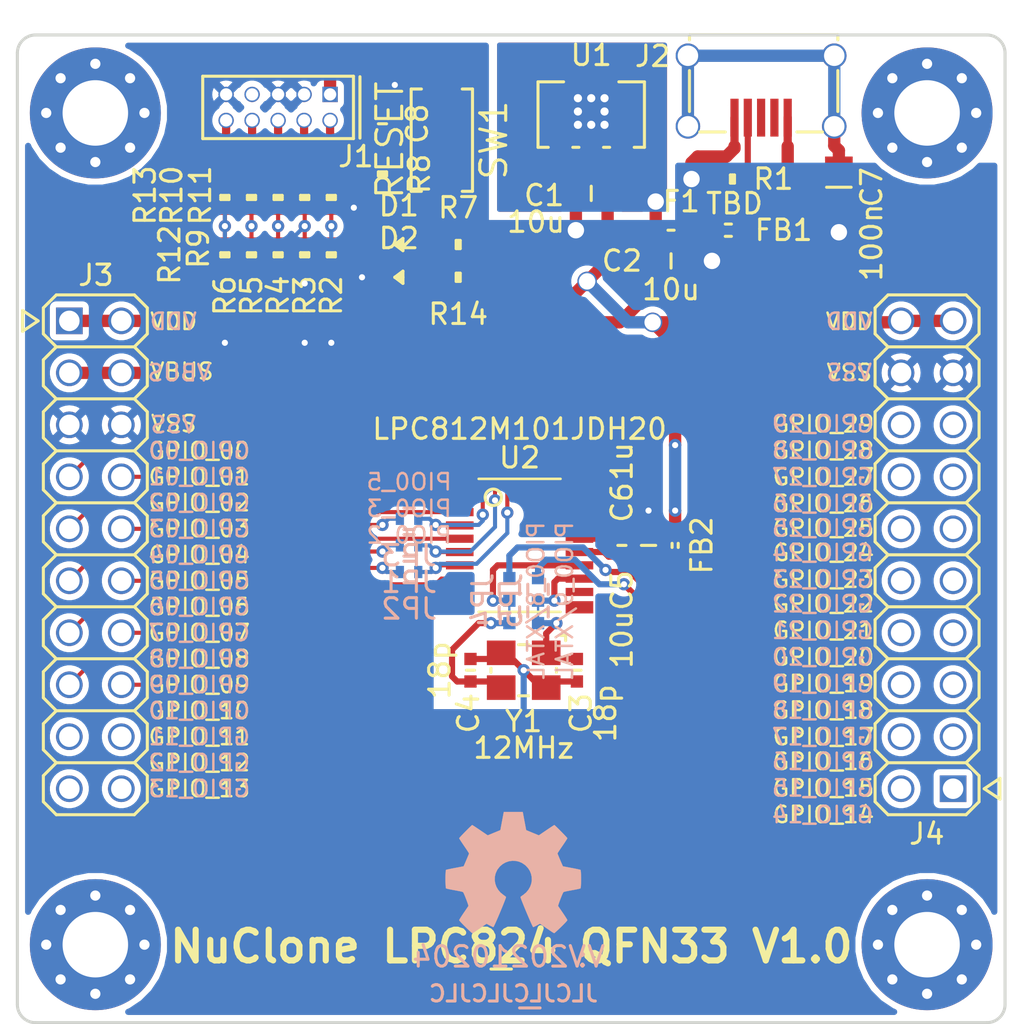
<source format=kicad_pcb>
(kicad_pcb (version 20171130) (host pcbnew 5.1.9-73d0e3b20d~88~ubuntu20.10.1)
  (layers (0 F.Cu signal) (31 B.Cu signal) (34 B.Paste user) (35 F.Paste user) (36 B.SilkS user) (37 F.SilkS user) (38 B.Mask user) (39 F.Mask user) (44 Edge.Cuts user))
  (net 0 "")
  (net 1 /VBUS)
  (net 2 "Net-(F1-Pad2)")
  (net 3 "Net-(FB1-Pad2)")
  (net 4 /VDD)
  (net 5 /XTAL_IN)
  (net 6 /XTAL_OUT)
  (net 7 "Net-(C5-Pad1)")
  (net 8 "Net-(J1-Pad10)")
  (net 9 "Net-(J1-Pad6)")
  (net 10 "Net-(J1-Pad4)")
  (net 11 "Net-(J1-Pad2)")
  (net 12 /PIO0_3)
  (net 13 /PIO0_2)
  (net 14 /PIO0_5)
  (net 15 /PIO0_8)
  (net 16 /PIO0_9)
  (net 17 "Net-(C7-Pad1)")
  (net 18 "Net-(J2-Pad4)")
  (net 19 /VSS)
  (net 20 /RESET)
  (net 21 "Net-(D1-Pad2)")
  (net 22 "Net-(D2-Pad2)")
  (net 23 "Net-(J1-Pad8)")
  (net 24 "Net-(J1-Pad7)")
  (net 25 "Net-(J2-Pad2)")
  (net 26 "Net-(J2-Pad3)")
  (net 27 "Net-(J3-Pad20)")
  (net 28 "Net-(J3-Pad19)")
  (net 29 "Net-(J3-Pad18)")
  (net 30 "Net-(J3-Pad17)")
  (net 31 /PIO0_16)
  (net 32 /PIO0_10)
  (net 33 /PIO0_11)
  (net 34 /PIO0_4)
  (net 35 /PIO0_12)
  (net 36 /PIO0_13)
  (net 37 /PIO0_17)
  (net 38 /PIO0_14)
  (net 39 /PIO0_0)
  (net 40 /PIO0_6)
  (net 41 /PIO0_7)
  (net 42 /PIO0_1)
  (net 43 /PIO0_15)
  (net 44 "Net-(J4-Pad8)")
  (net 45 "Net-(J4-Pad7)")
  (net 46 "Net-(J4-Pad6)")
  (net 47 "Net-(J4-Pad5)")
  (net 48 "Net-(J4-Pad4)")
  (net 49 "Net-(J4-Pad3)")
  (net 50 "Net-(J4-Pad2)")
  (net 51 "Net-(J4-Pad1)")
  (net 52 /TCK)
  (net 53 /TMS)
  (net 54 /PIO0_8_I)
  (net 55 /PIO0_9_I)
  (net 56 /TDO)
  (net 57 /TDI)
  (net 58 "Net-(R8-Pad2)")
  (module SquantorSpecial:solder_jumper_2way_noconn (layer B.Cu) (at 80.1 85.9)
    (fp_text reference JP1 (at 0 1.8) (layer B.SilkS) (effects (justify mirror)))
    (fp_text value PIO0_3 (at 0 -1.8) (layer B.SilkS) (effects (font (size 0.8 0.8) (thickness 0.12)) (justify mirror)))
    (pad 2 smd rect (at 0.45 0) (size 0.4 0.6) (layers B.Cu B.Mask) (net 52 /TCK))
    (pad 1 smd rect (at -0.45 0) (size 0.4 0.6) (layers B.Cu B.Mask) (net 12 /PIO0_3))
  )
  (module SquantorRcl:C_0402 (layer F.Cu) (at 78.8 65.3 270)
    (fp_text reference C8 (at 0 -1.7 90) (layer F.SilkS))
    (fp_text value 10n)
    (pad 2 smd rect (at 0.55 0 270) (size 0.6 0.6) (layers F.Cu F.Paste F.Mask) (net 20 /RESET))
    (pad 1 smd rect (at -0.55 0 270) (size 0.6 0.6) (layers F.Cu F.Paste F.Mask) (net 19 /VSS))
  )
  (module SquantorConnectorsNamed:nuclone_small_right (layer F.Cu) (at 105.41 86.36 90)
    (fp_text reference J4 (at -13.64 -0.01 180) (layer F.SilkS))
    (fp_text value nuclone_small_right)
    (fp_text user GPIO_24 (at 0.1 -5.06 180) (layer F.SilkS) (effects (font (size 0.8 0.8) (thickness 0.12))))
    (fp_text user GPIO_22 (at -2.4 -5.06 180) (layer F.SilkS) (effects (font (size 0.8 0.8) (thickness 0.12))))
    (fp_text user GPIO_20 (at -5 -5.06 180) (layer F.SilkS) (effects (font (size 0.8 0.8) (thickness 0.12))))
    (fp_text user GPIO_28 (at 5.1 -5.06 180) (layer F.SilkS) (effects (font (size 0.8 0.8) (thickness 0.12))))
    (fp_text user GPIO_26 (at 2.5 -5.06 180) (layer F.SilkS) (effects (font (size 0.8 0.8) (thickness 0.12))))
    (fp_text user GPIO_18 (at -7.6 -5.06 180) (layer F.SilkS) (effects (font (size 0.8 0.8) (thickness 0.12))))
    (fp_text user GPIO_16 (at -10.1 -5.06 180) (layer F.SilkS) (effects (font (size 0.8 0.8) (thickness 0.12))))
    (fp_text user GPIO_14 (at -12.7 -5.06 180) (layer F.SilkS) (effects (font (size 0.8 0.8) (thickness 0.12))))
    (fp_text user VDD (at 11.4 -3.8) (layer F.SilkS) (effects (font (size 0.8 0.8) (thickness 0.12))))
    (fp_text user GPIO_29 (at 6.39 -5.06 180) (layer F.SilkS) (effects (font (size 0.8 0.8) (thickness 0.12))))
    (fp_text user GPIO_27 (at 3.8 -5.06 180) (layer F.SilkS) (effects (font (size 0.8 0.8) (thickness 0.12))))
    (fp_text user GPIO_25 (at 1.3 -5.06 180) (layer F.SilkS) (effects (font (size 0.8 0.8) (thickness 0.12))))
    (fp_text user GPIO_23 (at -1.2 -5.06 180) (layer F.SilkS) (effects (font (size 0.8 0.8) (thickness 0.12))))
    (fp_text user GPIO_21 (at -3.7 -5.06 180) (layer F.SilkS) (effects (font (size 0.8 0.8) (thickness 0.12))))
    (fp_text user GPIO_19 (at -6.3 -5.06 180) (layer F.SilkS) (effects (font (size 0.8 0.8) (thickness 0.12))))
    (fp_text user GPIO_17 (at -8.9 -5.06 180) (layer F.SilkS) (effects (font (size 0.8 0.8) (thickness 0.12))))
    (fp_text user GPIO_15 (at -11.4 -5.06 180) (layer F.SilkS) (effects (font (size 0.8 0.8) (thickness 0.12))))
    (fp_text user VSS (at 8.9 -3.8) (layer F.SilkS) (effects (font (size 0.8 0.8) (thickness 0.12))))
    (fp_text user GPIO_24 (at 0.1 -5.1 180) (layer B.SilkS) (effects (font (size 0.8 0.8) (thickness 0.12)) (justify mirror)))
    (fp_text user GPIO_22 (at -2.4 -5.1 180) (layer B.SilkS) (effects (font (size 0.8 0.8) (thickness 0.12)) (justify mirror)))
    (fp_text user GPIO_20 (at -5 -5.1 180) (layer B.SilkS) (effects (font (size 0.8 0.8) (thickness 0.12)) (justify mirror)))
    (fp_text user GPIO_28 (at 5.1 -5.1 180) (layer B.SilkS) (effects (font (size 0.8 0.8) (thickness 0.12)) (justify mirror)))
    (fp_text user GPIO_26 (at 2.5 -5.1 180) (layer B.SilkS) (effects (font (size 0.8 0.8) (thickness 0.12)) (justify mirror)))
    (fp_text user GPIO_18 (at -7.6 -5.1 180) (layer B.SilkS) (effects (font (size 0.8 0.8) (thickness 0.12)) (justify mirror)))
    (fp_text user GPIO_16 (at -10.1 -5.1 180) (layer B.SilkS) (effects (font (size 0.8 0.8) (thickness 0.12)) (justify mirror)))
    (fp_text user GPIO_14 (at -12.7 -5.1 180) (layer B.SilkS) (effects (font (size 0.8 0.8) (thickness 0.12)) (justify mirror)))
    (fp_text user VDD (at 11.4 -3.8 180) (layer B.SilkS) (effects (font (size 0.8 0.8) (thickness 0.12)) (justify mirror)))
    (fp_text user GPIO_29 (at 6.39 -5.1 180) (layer B.SilkS) (effects (font (size 0.8 0.8) (thickness 0.12)) (justify mirror)))
    (fp_text user GPIO_27 (at 3.8 -5.1 180) (layer B.SilkS) (effects (font (size 0.8 0.8) (thickness 0.12)) (justify mirror)))
    (fp_text user GPIO_25 (at 1.3 -5.1 180) (layer B.SilkS) (effects (font (size 0.8 0.8) (thickness 0.12)) (justify mirror)))
    (fp_text user GPIO_23 (at -1.2 -5.1 180) (layer B.SilkS) (effects (font (size 0.8 0.8) (thickness 0.12)) (justify mirror)))
    (fp_text user GPIO_21 (at -3.7 -5.1 180) (layer B.SilkS) (effects (font (size 0.8 0.8) (thickness 0.12)) (justify mirror)))
    (fp_text user GPIO_19 (at -6.3 -5.1 180) (layer B.SilkS) (effects (font (size 0.8 0.8) (thickness 0.12)) (justify mirror)))
    (fp_text user GPIO_17 (at -8.9 -5.1 180) (layer B.SilkS) (effects (font (size 0.8 0.8) (thickness 0.12)) (justify mirror)))
    (fp_text user GPIO_15 (at -11.4 -5.1 180) (layer B.SilkS) (effects (font (size 0.8 0.8) (thickness 0.12)) (justify mirror)))
    (fp_text user VSS (at 8.9 -3.8 180) (layer B.SilkS) (effects (font (size 0.8 0.8) (thickness 0.12)) (justify mirror)))
    (pad 20 thru_hole circle (at 11.43 -1.27 90) (size 1.3 1.3) (drill 1) (layers *.Cu *.Mask) (net 4 /VDD))
    (pad 19 thru_hole circle (at 11.43 1.27 90) (size 1.3 1.3) (drill 1) (layers *.Cu *.Mask) (net 4 /VDD))
    (pad 18 thru_hole circle (at 8.89 -1.27 90) (size 1.3 1.3) (drill 1) (layers *.Cu *.Mask) (net 19 /VSS))
    (pad 17 thru_hole circle (at 8.89 1.27 90) (size 1.3 1.3) (drill 1) (layers *.Cu *.Mask) (net 19 /VSS))
    (pad 16 thru_hole circle (at 6.35 -1.27 90) (size 1.3 1.3) (drill 1) (layers *.Cu *.Mask) (net 38 /PIO0_14))
    (pad 15 thru_hole circle (at 6.35 1.27 90) (size 1.3 1.3) (drill 1) (layers *.Cu *.Mask) (net 39 /PIO0_0))
    (pad 14 thru_hole circle (at 3.81 -1.27 90) (size 1.3 1.3) (drill 1) (layers *.Cu *.Mask) (net 40 /PIO0_6))
    (pad 13 thru_hole circle (at 3.81 1.27 90) (size 1.3 1.3) (drill 1) (layers *.Cu *.Mask) (net 41 /PIO0_7))
    (pad 12 thru_hole circle (at 1.27 -1.27 90) (size 1.3 1.3) (drill 1) (layers *.Cu *.Mask) (net 15 /PIO0_8))
    (pad 11 thru_hole circle (at 1.27 1.27 90) (size 1.3 1.3) (drill 1) (layers *.Cu *.Mask) (net 16 /PIO0_9))
    (pad 10 thru_hole circle (at -1.27 -1.27 90) (size 1.3 1.3) (drill 1) (layers *.Cu *.Mask) (net 42 /PIO0_1))
    (pad 9 thru_hole circle (at -1.27 1.27 90) (size 1.3 1.3) (drill 1) (layers *.Cu *.Mask) (net 43 /PIO0_15))
    (pad 8 thru_hole circle (at -3.81 -1.27 90) (size 1.3 1.3) (drill 1) (layers *.Cu *.Mask) (net 44 "Net-(J4-Pad8)"))
    (pad 7 thru_hole circle (at -3.81 1.27 90) (size 1.3 1.3) (drill 1) (layers *.Cu *.Mask) (net 45 "Net-(J4-Pad7)"))
    (pad 6 thru_hole circle (at -6.35 -1.27 90) (size 1.3 1.3) (drill 1) (layers *.Cu *.Mask) (net 46 "Net-(J4-Pad6)"))
    (pad 5 thru_hole circle (at -6.35 1.27 90) (size 1.3 1.3) (drill 1) (layers *.Cu *.Mask) (net 47 "Net-(J4-Pad5)"))
    (pad 4 thru_hole circle (at -8.89 -1.27 90) (size 1.3 1.3) (drill 1) (layers *.Cu *.Mask) (net 48 "Net-(J4-Pad4)"))
    (pad 3 thru_hole circle (at -8.89 1.27 90) (size 1.3 1.3) (drill 1) (layers *.Cu *.Mask) (net 49 "Net-(J4-Pad3)"))
    (pad 2 thru_hole circle (at -11.43 -1.27 90) (size 1.3 1.3) (drill 1) (layers *.Cu *.Mask) (net 50 "Net-(J4-Pad2)"))
    (pad 1 thru_hole rect (at -11.43 1.27 90) (size 1.3 1.3) (drill 1) (layers *.Cu *.Mask) (net 51 "Net-(J4-Pad1)"))
  )
  (module SquantorConnectorsNamed:nuclone_small_left (layer F.Cu) (at 64.77 86.36 270)
    (fp_text reference J3 (at -13.66 -0.03) (layer F.SilkS))
    (fp_text value nuclone_small_left)
    (fp_text user VBUS (at -8.96 -4.23 180) (layer F.SilkS) (effects (font (size 0.8 0.8) (thickness 0.12))))
    (fp_text user VDD (at -11.4 -3.83 180) (layer F.SilkS) (effects (font (size 0.8 0.8) (thickness 0.12))))
    (fp_text user GPIO_12 (at 10.16 -5.08) (layer F.SilkS) (effects (font (size 0.8 0.8) (thickness 0.12))))
    (fp_text user GPIO_10 (at 7.62 -5.08) (layer F.SilkS) (effects (font (size 0.8 0.8) (thickness 0.12))))
    (fp_text user GPIO_08 (at 5.08 -5.08) (layer F.SilkS) (effects (font (size 0.8 0.8) (thickness 0.12))))
    (fp_text user GPIO_06 (at 2.54 -5.08) (layer F.SilkS) (effects (font (size 0.8 0.8) (thickness 0.12))))
    (fp_text user GPIO_04 (at 0 -5.08) (layer F.SilkS) (effects (font (size 0.8 0.8) (thickness 0.12))))
    (fp_text user GPIO_13 (at 11.43 -5.08) (layer F.SilkS) (effects (font (size 0.8 0.8) (thickness 0.12))))
    (fp_text user GPIO_11 (at 8.89 -5.08) (layer F.SilkS) (effects (font (size 0.8 0.8) (thickness 0.12))))
    (fp_text user GPIO_09 (at 6.35 -5.08) (layer F.SilkS) (effects (font (size 0.8 0.8) (thickness 0.12))))
    (fp_text user GPIO_07 (at 3.81 -5.08) (layer F.SilkS) (effects (font (size 0.8 0.8) (thickness 0.12))))
    (fp_text user GPIO_05 (at 1.27 -5.08) (layer F.SilkS) (effects (font (size 0.8 0.8) (thickness 0.12))))
    (fp_text user GPIO_01 (at -3.81 -5.08) (layer F.SilkS) (effects (font (size 0.8 0.8) (thickness 0.12))))
    (fp_text user GPIO_00 (at -5.08 -5.08) (layer F.SilkS) (effects (font (size 0.8 0.8) (thickness 0.12))))
    (fp_text user VSS (at -6.4 -3.83 180) (layer F.SilkS) (effects (font (size 0.8 0.8) (thickness 0.12))))
    (fp_text user GPIO_03 (at -1.27 -5.08) (layer F.SilkS) (effects (font (size 0.8 0.8) (thickness 0.12))))
    (fp_text user GPIO_02 (at -2.54 -5.08) (layer F.SilkS) (effects (font (size 0.8 0.8) (thickness 0.12))))
    (fp_text user VBUS (at -8.89 -4.1) (layer B.SilkS) (effects (font (size 0.8 0.8) (thickness 0.12)) (justify mirror)))
    (fp_text user VDD (at -11.4 -3.81) (layer B.SilkS) (effects (font (size 0.8 0.8) (thickness 0.12)) (justify mirror)))
    (fp_text user GPIO_12 (at 10.16 -5.08) (layer B.SilkS) (effects (font (size 0.8 0.8) (thickness 0.12)) (justify mirror)))
    (fp_text user GPIO_10 (at 7.62 -5.08) (layer B.SilkS) (effects (font (size 0.8 0.8) (thickness 0.12)) (justify mirror)))
    (fp_text user GPIO_08 (at 5.08 -5.08) (layer B.SilkS) (effects (font (size 0.8 0.8) (thickness 0.12)) (justify mirror)))
    (fp_text user GPIO_06 (at 2.54 -5.08) (layer B.SilkS) (effects (font (size 0.8 0.8) (thickness 0.12)) (justify mirror)))
    (fp_text user GPIO_04 (at 0 -5.08) (layer B.SilkS) (effects (font (size 0.8 0.8) (thickness 0.12)) (justify mirror)))
    (fp_text user GPIO_13 (at 11.43 -5.08) (layer B.SilkS) (effects (font (size 0.8 0.8) (thickness 0.12)) (justify mirror)))
    (fp_text user GPIO_11 (at 8.89 -5.08) (layer B.SilkS) (effects (font (size 0.8 0.8) (thickness 0.12)) (justify mirror)))
    (fp_text user GPIO_09 (at 6.35 -5.08) (layer B.SilkS) (effects (font (size 0.8 0.8) (thickness 0.12)) (justify mirror)))
    (fp_text user GPIO_07 (at 3.81 -5.08) (layer B.SilkS) (effects (font (size 0.8 0.8) (thickness 0.12)) (justify mirror)))
    (fp_text user GPIO_05 (at 1.27 -5.08) (layer B.SilkS) (effects (font (size 0.8 0.8) (thickness 0.12)) (justify mirror)))
    (fp_text user GPIO_03 (at -1.27 -5.08) (layer B.SilkS) (effects (font (size 0.8 0.8) (thickness 0.12)) (justify mirror)))
    (fp_text user GPIO_02 (at -2.54 -5.08) (layer B.SilkS) (effects (font (size 0.8 0.8) (thickness 0.12)) (justify mirror)))
    (fp_text user GPIO_01 (at -3.81 -5.08) (layer B.SilkS) (effects (font (size 0.8 0.8) (thickness 0.12)) (justify mirror)))
    (fp_text user GPIO_00 (at -5.08 -5.08) (layer B.SilkS) (effects (font (size 0.8 0.8) (thickness 0.12)) (justify mirror)))
    (fp_text user VSS (at -6.35 -3.81) (layer B.SilkS) (effects (font (size 0.8 0.8) (thickness 0.12)) (justify mirror)))
    (pad 20 thru_hole circle (at 11.43 -1.27 270) (size 1.3 1.3) (drill 1) (layers *.Cu *.Mask) (net 27 "Net-(J3-Pad20)"))
    (pad 19 thru_hole circle (at 11.43 1.27 270) (size 1.3 1.3) (drill 1) (layers *.Cu *.Mask) (net 28 "Net-(J3-Pad19)"))
    (pad 18 thru_hole circle (at 8.89 -1.27 270) (size 1.3 1.3) (drill 1) (layers *.Cu *.Mask) (net 29 "Net-(J3-Pad18)"))
    (pad 17 thru_hole circle (at 8.89 1.27 270) (size 1.3 1.3) (drill 1) (layers *.Cu *.Mask) (net 30 "Net-(J3-Pad17)"))
    (pad 16 thru_hole circle (at 6.35 -1.27 270) (size 1.3 1.3) (drill 1) (layers *.Cu *.Mask) (net 31 /PIO0_16))
    (pad 15 thru_hole circle (at 6.35 1.27 270) (size 1.3 1.3) (drill 1) (layers *.Cu *.Mask) (net 32 /PIO0_10))
    (pad 14 thru_hole circle (at 3.81 -1.27 270) (size 1.3 1.3) (drill 1) (layers *.Cu *.Mask) (net 33 /PIO0_11))
    (pad 13 thru_hole circle (at 3.81 1.27 270) (size 1.3 1.3) (drill 1) (layers *.Cu *.Mask) (net 13 /PIO0_2))
    (pad 12 thru_hole circle (at 1.27 -1.27 270) (size 1.3 1.3) (drill 1) (layers *.Cu *.Mask) (net 12 /PIO0_3))
    (pad 11 thru_hole circle (at 1.27 1.27 270) (size 1.3 1.3) (drill 1) (layers *.Cu *.Mask) (net 34 /PIO0_4))
    (pad 10 thru_hole circle (at -1.27 -1.27 270) (size 1.3 1.3) (drill 1) (layers *.Cu *.Mask) (net 14 /PIO0_5))
    (pad 9 thru_hole circle (at -1.27 1.27 270) (size 1.3 1.3) (drill 1) (layers *.Cu *.Mask) (net 35 /PIO0_12))
    (pad 8 thru_hole circle (at -3.81 -1.27 270) (size 1.3 1.3) (drill 1) (layers *.Cu *.Mask) (net 36 /PIO0_13))
    (pad 7 thru_hole circle (at -3.81 1.27 270) (size 1.3 1.3) (drill 1) (layers *.Cu *.Mask) (net 37 /PIO0_17))
    (pad 6 thru_hole circle (at -6.35 -1.27 270) (size 1.3 1.3) (drill 1) (layers *.Cu *.Mask) (net 19 /VSS))
    (pad 5 thru_hole circle (at -6.35 1.27 270) (size 1.3 1.3) (drill 1) (layers *.Cu *.Mask) (net 19 /VSS))
    (pad 4 thru_hole circle (at -8.89 -1.27 270) (size 1.3 1.3) (drill 1) (layers *.Cu *.Mask) (net 1 /VBUS))
    (pad 3 thru_hole circle (at -8.89 1.27 270) (size 1.3 1.3) (drill 1) (layers *.Cu *.Mask) (net 1 /VBUS))
    (pad 2 thru_hole circle (at -11.43 -1.27 270) (size 1.3 1.3) (drill 1) (layers *.Cu *.Mask) (net 4 /VDD))
    (pad 1 thru_hole rect (at -11.43 1.27 270) (size 1.3 1.3) (drill 1) (layers *.Cu *.Mask) (net 4 /VDD))
  )
  (module SquantorRcl:R_0402_hand (layer F.Cu) (at 82.5 72.8 180)
    (fp_text reference R14 (at 0 -1.8) (layer F.SilkS))
    (fp_text value 1K)
    (pad 2 smd rect (at 0.55 0 180) (size 0.6 0.6) (layers F.Cu F.Paste F.Mask) (net 22 "Net-(D2-Pad2)"))
    (pad 1 smd rect (at -0.55 0 180) (size 0.6 0.6) (layers F.Cu F.Paste F.Mask) (net 4 /VDD))
  )
  (module SquantorRcl:R_0402_hand (layer F.Cu) (at 71.1 68.9 270)
    (fp_text reference R13 (at -0.1 3.9 90) (layer F.SilkS))
    (fp_text value 100)
    (pad 2 smd rect (at 0.55 0 270) (size 0.6 0.6) (layers F.Cu F.Paste F.Mask) (net 20 /RESET))
    (pad 1 smd rect (at -0.55 0 270) (size 0.6 0.6) (layers F.Cu F.Paste F.Mask) (net 8 "Net-(J1-Pad10)"))
  )
  (module SquantorRcl:R_0402_hand (layer F.Cu) (at 72.4 68.9 270)
    (fp_text reference R12 (at 2.8 4 90) (layer F.SilkS))
    (fp_text value 100)
    (pad 2 smd rect (at 0.55 0 270) (size 0.6 0.6) (layers F.Cu F.Paste F.Mask) (net 57 /TDI))
    (pad 1 smd rect (at -0.55 0 270) (size 0.6 0.6) (layers F.Cu F.Paste F.Mask) (net 23 "Net-(J1-Pad8)"))
  )
  (module SquantorRcl:R_0402_hand (layer F.Cu) (at 73.7 68.9 270)
    (fp_text reference R11 (at -0.1 3.8 90) (layer F.SilkS))
    (fp_text value 100)
    (pad 2 smd rect (at 0.55 0 270) (size 0.6 0.6) (layers F.Cu F.Paste F.Mask) (net 56 /TDO))
    (pad 1 smd rect (at -0.55 0 270) (size 0.6 0.6) (layers F.Cu F.Paste F.Mask) (net 9 "Net-(J1-Pad6)"))
  )
  (module SquantorRcl:R_0402_hand (layer F.Cu) (at 75 68.9 270)
    (fp_text reference R10 (at -0.1 6.5 90) (layer F.SilkS))
    (fp_text value 100)
    (pad 2 smd rect (at 0.55 0 270) (size 0.6 0.6) (layers F.Cu F.Paste F.Mask) (net 52 /TCK))
    (pad 1 smd rect (at -0.55 0 270) (size 0.6 0.6) (layers F.Cu F.Paste F.Mask) (net 10 "Net-(J1-Pad4)"))
  )
  (module SquantorRcl:R_0402_hand (layer F.Cu) (at 76.3 68.9 270)
    (fp_text reference R9 (at 2.5 6.5 90) (layer F.SilkS))
    (fp_text value 100)
    (pad 2 smd rect (at 0.55 0 270) (size 0.6 0.6) (layers F.Cu F.Paste F.Mask) (net 53 /TMS))
    (pad 1 smd rect (at -0.55 0 270) (size 0.6 0.6) (layers F.Cu F.Paste F.Mask) (net 11 "Net-(J1-Pad2)"))
  )
  (module SquantorRcl:R_0402_hand (layer F.Cu) (at 78.8 67.75 270)
    (fp_text reference R8 (at 0 -1.8 90) (layer F.SilkS))
    (fp_text value 100)
    (pad 2 smd rect (at 0.55 0 270) (size 0.6 0.6) (layers F.Cu F.Paste F.Mask) (net 58 "Net-(R8-Pad2)"))
    (pad 1 smd rect (at -0.55 0 270) (size 0.6 0.6) (layers F.Cu F.Paste F.Mask) (net 20 /RESET))
  )
  (module SquantorRcl:R_0402_hand (layer F.Cu) (at 82.5 71.2)
    (fp_text reference R7 (at 0 -1.8) (layer F.SilkS))
    (fp_text value 47K)
    (pad 2 smd rect (at 0.55 0) (size 0.6 0.6) (layers F.Cu F.Paste F.Mask) (net 4 /VDD))
    (pad 1 smd rect (at -0.55 0) (size 0.6 0.6) (layers F.Cu F.Paste F.Mask) (net 21 "Net-(D1-Pad2)"))
  )
  (module SquantorRcl:R_0402_hand (layer F.Cu) (at 71.1 71.7 270)
    (fp_text reference R6 (at 2 0 90) (layer F.SilkS))
    (fp_text value 47K)
    (pad 2 smd rect (at 0.55 0 270) (size 0.6 0.6) (layers F.Cu F.Paste F.Mask) (net 4 /VDD))
    (pad 1 smd rect (at -0.55 0 270) (size 0.6 0.6) (layers F.Cu F.Paste F.Mask) (net 20 /RESET))
  )
  (module SquantorRcl:R_0402_hand (layer F.Cu) (at 72.4 71.7 270)
    (fp_text reference R5 (at 2 0 90) (layer F.SilkS))
    (fp_text value 47K)
    (pad 2 smd rect (at 0.55 0 270) (size 0.6 0.6) (layers F.Cu F.Paste F.Mask) (net 4 /VDD))
    (pad 1 smd rect (at -0.55 0 270) (size 0.6 0.6) (layers F.Cu F.Paste F.Mask) (net 57 /TDI))
  )
  (module SquantorRcl:R_0402_hand (layer F.Cu) (at 73.7 71.7 270)
    (fp_text reference R4 (at 2 0 90) (layer F.SilkS))
    (fp_text value 47K)
    (pad 2 smd rect (at 0.55 0 270) (size 0.6 0.6) (layers F.Cu F.Paste F.Mask) (net 4 /VDD))
    (pad 1 smd rect (at -0.55 0 270) (size 0.6 0.6) (layers F.Cu F.Paste F.Mask) (net 56 /TDO))
  )
  (module SquantorRcl:R_0402_hand (layer F.Cu) (at 75 71.7 270)
    (fp_text reference R3 (at 2 0 90) (layer F.SilkS))
    (fp_text value 47K)
    (pad 2 smd rect (at 0.55 0 270) (size 0.6 0.6) (layers F.Cu F.Paste F.Mask) (net 19 /VSS))
    (pad 1 smd rect (at -0.55 0 270) (size 0.6 0.6) (layers F.Cu F.Paste F.Mask) (net 52 /TCK))
  )
  (module SquantorRcl:R_0402_hand (layer F.Cu) (at 76.3 71.7 270)
    (fp_text reference R2 (at 2 0 90) (layer F.SilkS))
    (fp_text value 47K)
    (pad 2 smd rect (at 0.55 0 270) (size 0.6 0.6) (layers F.Cu F.Paste F.Mask) (net 4 /VDD))
    (pad 1 smd rect (at -0.55 0 270) (size 0.6 0.6) (layers F.Cu F.Paste F.Mask) (net 53 /TMS))
  )
  (module SquantorLabels:Label_Generic (layer F.Cu) (at 84.6 106)
    (fp_text reference N4 hide)
    (fp_text value "NuClone LPC824 QFN33 V1.0" (at 0.5 -0.5) (layer F.SilkS) (effects (font (size 1.5 1.5) (thickness 0.3))))
  )
  (module SquantorSpecial:solder_jumper_3way_23conn (layer B.Cu) (at 86.4 88.6 270)
    (fp_text reference JP5 (at 0 1.3 90) (layer B.SilkS) (effects (justify mirror)))
    (fp_text value PIO0_9/XTAL (at 0 -1.3 90) (layer B.SilkS) (effects (font (size 0.8 0.8) (thickness 0.12)) (justify mirror)))
    (fp_poly (pts (xy 0.3 0.05) (xy 0.8 0.05) (xy 0.8 -0.05) (xy 0.3 -0.05)) (layer B.Cu) (width 0.01))
    (pad 3 smd rect (at 1.1 0 270) (size 0.6 0.6) (layers B.Cu B.Mask) (net 5 /XTAL_IN))
    (pad 2 smd rect (at 0 0 270) (size 0.6 0.6) (layers B.Cu B.Mask) (net 55 /PIO0_9_I))
    (pad 1 smd rect (at -1.1 0 270) (size 0.6 0.6) (layers B.Cu B.Mask) (net 16 /PIO0_9))
  )
  (module SquantorSpecial:solder_jumper_3way_23conn (layer B.Cu) (at 85 88.6 270)
    (fp_text reference JP4 (at 0 1.3 90) (layer B.SilkS) (effects (justify mirror)))
    (fp_text value PIO0_8/XTAL (at 0 -1.3 90) (layer B.SilkS) (effects (font (size 0.8 0.8) (thickness 0.12)) (justify mirror)))
    (fp_poly (pts (xy 0.3 0.05) (xy 0.8 0.05) (xy 0.8 -0.05) (xy 0.3 -0.05)) (layer B.Cu) (width 0.01))
    (pad 3 smd rect (at 1.1 0 270) (size 0.6 0.6) (layers B.Cu B.Mask) (net 6 /XTAL_OUT))
    (pad 2 smd rect (at 0 0 270) (size 0.6 0.6) (layers B.Cu B.Mask) (net 54 /PIO0_8_I))
    (pad 1 smd rect (at -1.1 0 270) (size 0.6 0.6) (layers B.Cu B.Mask) (net 15 /PIO0_8))
  )
  (module SquantorSpecial:solder_jumper_2way_noconn (layer B.Cu) (at 80.1 84.6)
    (fp_text reference JP3 (at 0 1.8) (layer B.SilkS) (effects (justify mirror)))
    (fp_text value PIO0_5 (at 0 -1.8) (layer B.SilkS) (effects (font (size 0.8 0.8) (thickness 0.12)) (justify mirror)))
    (pad 2 smd rect (at 0.45 0) (size 0.4 0.6) (layers B.Cu B.Mask) (net 20 /RESET))
    (pad 1 smd rect (at -0.45 0) (size 0.4 0.6) (layers B.Cu B.Mask) (net 14 /PIO0_5))
  )
  (module SquantorSpecial:solder_jumper_2way_noconn (layer B.Cu) (at 80.1 87.2)
    (fp_text reference JP2 (at 0 1.8) (layer B.SilkS) (effects (justify mirror)))
    (fp_text value PIO0_2 (at 0 -1.8) (layer B.SilkS) (effects (font (size 0.8 0.8) (thickness 0.12)) (justify mirror)))
    (pad 2 smd rect (at 0.45 0) (size 0.4 0.6) (layers B.Cu B.Mask) (net 53 /TMS))
    (pad 1 smd rect (at -0.45 0) (size 0.4 0.6) (layers B.Cu B.Mask) (net 13 /PIO0_2))
  )
  (module SquantorDiodes:LED_0603_hand (layer F.Cu) (at 79.6 72.8)
    (fp_text reference D2 (at 0 -1.9) (layer F.SilkS))
    (fp_text value GRN)
    (pad 2 smd rect (at 0.85 0) (size 0.7 0.9) (layers F.Cu F.Paste F.Mask) (net 22 "Net-(D2-Pad2)"))
    (pad 1 smd rect (at -0.85 0) (size 0.7 0.9) (layers F.Cu F.Paste F.Mask) (net 19 /VSS))
  )
  (module SquantorDiodes:LED_0603_hand (layer F.Cu) (at 79.6 71.2)
    (fp_text reference D1 (at 0 -1.9) (layer F.SilkS))
    (fp_text value RED)
    (pad 2 smd rect (at 0.85 0) (size 0.7 0.9) (layers F.Cu F.Paste F.Mask) (net 21 "Net-(D1-Pad2)"))
    (pad 1 smd rect (at -0.85 0) (size 0.7 0.9) (layers F.Cu F.Paste F.Mask) (net 20 /RESET))
  )
  (module SquantorRcl:R_0402_hand (layer F.Cu) (at 95.9 68)
    (fp_text reference R1 (at 2 0) (layer F.SilkS))
    (fp_text value TBD (at 0.1 1.2) (layer F.SilkS))
    (pad 2 smd rect (at 0.55 0) (size 0.6 0.6) (layers F.Cu F.Paste F.Mask) (net 18 "Net-(J2-Pad4)"))
    (pad 1 smd rect (at -0.55 0) (size 0.6 0.6) (layers F.Cu F.Paste F.Mask) (net 19 /VSS))
  )
  (module SquantorUsb:USB-muB-SMD_TH (layer F.Cu) (at 97.3 63.7 180)
    (fp_text reference J2 (at 5.3 1.7) (layer F.SilkS))
    (fp_text value USB-ID)
    (pad S thru_hole circle (at 3.575 1.725 180) (size 1.2 1.2) (drill 1) (layers *.Cu *.Mask) (net 17 "Net-(C7-Pad1)"))
    (pad "" np_thru_hole circle (at 2 -0.575 180) (size 0.8 0.8) (drill 0.8) (layers *.Cu))
    (pad 1 smd rect (at -1.3 -1.3 180) (size 0.4 1.85) (layers F.Cu F.Paste F.Mask) (net 3 "Net-(FB1-Pad2)"))
    (pad 2 smd rect (at -0.65 -1.3 180) (size 0.4 1.85) (layers F.Cu F.Paste F.Mask) (net 25 "Net-(J2-Pad2)"))
    (pad 3 smd rect (at 0 -1.3 180) (size 0.4 1.85) (layers F.Cu F.Paste F.Mask) (net 26 "Net-(J2-Pad3)"))
    (pad 4 smd rect (at 0.65 -1.3 180) (size 0.4 1.85) (layers F.Cu F.Paste F.Mask) (net 18 "Net-(J2-Pad4)"))
    (pad 5 smd rect (at 1.3 -1.3 180) (size 0.4 1.85) (layers F.Cu F.Paste F.Mask) (net 19 /VSS))
    (pad "" np_thru_hole circle (at -2 -0.575 180) (size 0.8 0.8) (drill 0.8) (layers *.Cu))
    (pad S thru_hole circle (at -3.575 1.725 180) (size 1.2 1.2) (drill 1) (layers *.Cu *.Mask) (net 17 "Net-(C7-Pad1)"))
    (pad S thru_hole circle (at 3.575 -1.725 180) (size 1.2 1.2) (drill 1) (layers *.Cu *.Mask) (net 17 "Net-(C7-Pad1)"))
    (pad S thru_hole circle (at -3.575 -1.725 180) (size 1.2 1.2) (drill 1) (layers *.Cu *.Mask) (net 17 "Net-(C7-Pad1)"))
  )
  (module SquantorRcl:C_0805 (layer F.Cu) (at 101.1 68.4 270)
    (fp_text reference C7 (at 0 -1.6 90) (layer F.SilkS))
    (fp_text value 100n (at 2.7 -1.6 90) (layer F.SilkS))
    (pad 2 smd rect (at 1 0 270) (size 1 1.35) (layers F.Cu F.Paste F.Mask) (net 19 /VSS))
    (pad 1 smd rect (at -1 0 270) (size 1 1.35) (layers F.Cu F.Paste F.Mask) (net 17 "Net-(C7-Pad1)"))
  )
  (module SquantorRcl:L_0402 (layer F.Cu) (at 93.1 85.9 90)
    (fp_text reference FB2 (at 0 1.3 90) (layer F.SilkS))
    (fp_text value FB)
    (pad 1 smd rect (at -0.55 0 90) (size 0.6 0.6) (layers F.Cu F.Paste F.Mask) (net 7 "Net-(C5-Pad1)"))
    (pad 2 smd rect (at 0.55 0 90) (size 0.6 0.6) (layers F.Cu F.Paste F.Mask) (net 4 /VDD))
  )
  (module SquantorSwitches:DTSM3 (layer F.Cu) (at 81.7 66.1 270)
    (fp_text reference SW1 (at 0 -2.54 90) (layer F.SilkS) (effects (font (size 1.27 1.27))))
    (fp_text value RESET (at 0 2.54 90) (layer F.SilkS) (effects (font (size 1.27 1.27))))
    (pad 2 smd rect (at 2.69748 0 270) (size 1.99898 1.59766) (layers F.Cu F.Paste F.Mask) (net 58 "Net-(R8-Pad2)"))
    (pad 1 smd rect (at -2.69748 0 270) (size 1.99898 1.59766) (layers F.Cu F.Paste F.Mask) (net 19 /VSS))
  )
  (module SquantorCrystal:Crystal_3225_4 (layer F.Cu) (at 85.7 92 180)
    (fp_text reference Y1 (at 0 -2.5) (layer F.SilkS))
    (fp_text value 12MHz (at 0 -3.8) (layer F.SilkS))
    (pad 1 smd rect (at -1.1 0.85 180) (size 1.4 1.2) (layers F.Cu F.Paste F.Mask) (net 5 /XTAL_IN))
    (pad 2 smd rect (at 1.1 0.85 180) (size 1.4 1.2) (layers F.Cu F.Paste F.Mask) (net 19 /VSS))
    (pad 3 smd rect (at 1.1 -0.85 180) (size 1.4 1.2) (layers F.Cu F.Paste F.Mask) (net 6 /XTAL_OUT))
    (pad 4 smd rect (at -1.1 -0.85 180) (size 1.4 1.2) (layers F.Cu F.Paste F.Mask) (net 19 /VSS))
  )
  (module SquantorIC:SOT360 (layer F.Cu) (at 85.5 85.9 270)
    (fp_text reference U2 (at -3.7 0) (layer F.SilkS) (effects (justify bottom)))
    (fp_text value LPC812M101JDH20 (at -5.1 0) (layer F.SilkS) (effects (justify bottom)))
    (pad 10 smd rect (at 3.025 2.925 270) (size 0.6 1.35) (layers F.Cu F.Paste F.Mask) (net 31 /PIO0_16))
    (pad 9 smd rect (at 2.275 2.925 270) (size 0.4 1.35) (layers F.Cu F.Paste F.Mask) (net 32 /PIO0_10))
    (pad 8 smd rect (at 1.625 2.925 270) (size 0.4 1.35) (layers F.Cu F.Paste F.Mask) (net 33 /PIO0_11))
    (pad 7 smd rect (at 0.975 2.925 270) (size 0.4 1.35) (layers F.Cu F.Paste F.Mask) (net 53 /TMS))
    (pad 6 smd rect (at 0.325 2.925 270) (size 0.4 1.35) (layers F.Cu F.Paste F.Mask) (net 52 /TCK))
    (pad 1 smd rect (at -3.025 2.925 270) (size 0.6 1.35) (layers F.Cu F.Paste F.Mask) (net 37 /PIO0_17))
    (pad 2 smd rect (at -2.275 2.925 270) (size 0.4 1.35) (layers F.Cu F.Paste F.Mask) (net 36 /PIO0_13))
    (pad 3 smd rect (at -1.625 2.925 270) (size 0.4 1.35) (layers F.Cu F.Paste F.Mask) (net 35 /PIO0_12))
    (pad 4 smd rect (at -0.975 2.925 270) (size 0.4 1.35) (layers F.Cu F.Paste F.Mask) (net 20 /RESET))
    (pad 5 smd rect (at -0.325 2.925 270) (size 0.4 1.35) (layers F.Cu F.Paste F.Mask) (net 34 /PIO0_4))
    (pad 11 smd rect (at 3.025 -2.925 270) (size 0.6 1.35) (layers F.Cu F.Paste F.Mask) (net 43 /PIO0_15))
    (pad 12 smd rect (at 2.275 -2.925 270) (size 0.4 1.35) (layers F.Cu F.Paste F.Mask) (net 42 /PIO0_1))
    (pad 13 smd rect (at 1.625 -2.925 270) (size 0.4 1.35) (layers F.Cu F.Paste F.Mask) (net 55 /PIO0_9_I))
    (pad 14 smd rect (at 0.975 -2.925 270) (size 0.4 1.35) (layers F.Cu F.Paste F.Mask) (net 54 /PIO0_8_I))
    (pad 20 smd rect (at -3.025 -2.925 270) (size 0.6 1.35) (layers F.Cu F.Paste F.Mask) (net 38 /PIO0_14))
    (pad 19 smd rect (at -2.275 -2.925 270) (size 0.4 1.35) (layers F.Cu F.Paste F.Mask) (net 39 /PIO0_0))
    (pad 18 smd rect (at -1.625 -2.925 270) (size 0.4 1.35) (layers F.Cu F.Paste F.Mask) (net 40 /PIO0_6))
    (pad 17 smd rect (at -0.975 -2.925 270) (size 0.4 1.35) (layers F.Cu F.Paste F.Mask) (net 41 /PIO0_7))
    (pad 16 smd rect (at -0.325 -2.925 270) (size 0.4 1.35) (layers F.Cu F.Paste F.Mask) (net 19 /VSS))
    (pad 15 smd rect (at 0.325 -2.925 270) (size 0.4 1.35) (layers F.Cu F.Paste F.Mask) (net 7 "Net-(C5-Pad1)"))
  )
  (module SquantorIC:SOT89-SOT23-Dual-NXP (layer F.Cu) (at 89 65.2)
    (fp_text reference U1 (at 0 -3.25) (layer F.SilkS))
    (fp_text value MCP1702-MB hide)
    (pad 2 thru_hole rect (at 0.65 0.15) (size 0.6 0.6) (drill 0.4) (layers *.Cu *.Mask) (net 1 /VBUS))
    (pad 2 thru_hole rect (at 0 0.15) (size 0.6 0.6) (drill 0.4) (layers *.Cu *.Mask) (net 1 /VBUS))
    (pad 2 thru_hole rect (at -0.65 0.15) (size 0.6 0.6) (drill 0.4) (layers *.Cu *.Mask) (net 1 /VBUS))
    (pad 2 thru_hole rect (at -0.65 -0.5) (size 0.6 0.6) (drill 0.4) (layers *.Cu *.Mask) (net 1 /VBUS))
    (pad 2 thru_hole rect (at 0.65 -0.5) (size 0.6 0.6) (drill 0.4) (layers *.Cu *.Mask) (net 1 /VBUS))
    (pad 2 thru_hole rect (at -0.65 -1.15 90) (size 0.6 0.6) (drill 0.4) (layers *.Cu *.Mask) (net 1 /VBUS))
    (pad 2 thru_hole rect (at 0 -1.15) (size 0.6 0.6) (drill 0.4) (layers *.Cu *.Mask) (net 1 /VBUS))
    (pad 2 thru_hole rect (at 0.65 -1.15) (size 0.6 0.6) (drill 0.4) (layers *.Cu *.Mask) (net 1 /VBUS))
    (pad 2 smd rect (at 0 -1.825) (size 1.9 0.85) (layers F.Cu F.Paste) (net 1 /VBUS))
    (pad 2 smd rect (at 0 -0.6) (size 1.2 1.2) (layers F.Cu F.Paste) (net 1 /VBUS))
    (pad 3 smd rect (at 1.5 1.75) (size 0.6 1) (layers F.Cu F.Paste) (net 4 /VDD))
    (pad 1 smd rect (at -1.5 1.75) (size 0.6 1) (layers F.Cu F.Paste) (net 19 /VSS))
    (pad 2 smd rect (at 0 1.75) (size 0.6 1) (layers F.Cu F.Paste) (net 1 /VBUS))
    (pad 2 smd rect (at 0 -0.9) (size 2 2.8) (layers F.Cu F.Mask) (net 1 /VBUS))
    (pad 3 smd rect (at 1.25 1.75) (size 1.2 1.1) (layers F.Cu F.Mask) (net 4 /VDD))
    (pad 2 smd rect (at 0 1.4) (size 0.7 1.8) (layers F.Cu F.Mask) (net 1 /VBUS))
    (pad 1 smd rect (at -1.25 1.75) (size 1.2 1.1) (layers F.Cu F.Mask) (net 19 /VSS))
  )
  (module SquantorConnectors:Header-0127-2X05-H006 (layer F.Cu) (at 73.7 64.5 180)
    (fp_text reference J1 (at -3.8 -2.4) (layer F.SilkS))
    (fp_text value JTAG_2X05)
    (pad 10 thru_hole circle (at 2.54 -0.635 180) (size 0.75 0.75) (drill 0.6) (layers *.Cu *.Mask) (net 8 "Net-(J1-Pad10)"))
    (pad 9 thru_hole circle (at 2.54 0.635 180) (size 0.75 0.75) (drill 0.6) (layers *.Cu *.Mask) (net 19 /VSS))
    (pad 8 thru_hole circle (at 1.27 -0.635 180) (size 0.75 0.75) (drill 0.6) (layers *.Cu *.Mask) (net 23 "Net-(J1-Pad8)"))
    (pad 7 thru_hole circle (at 1.27 0.635 180) (size 0.75 0.75) (drill 0.6) (layers *.Cu *.Mask) (net 24 "Net-(J1-Pad7)"))
    (pad 6 thru_hole circle (at 0 -0.635 180) (size 0.75 0.75) (drill 0.6) (layers *.Cu *.Mask) (net 9 "Net-(J1-Pad6)"))
    (pad 5 thru_hole circle (at 0 0.635 180) (size 0.75 0.75) (drill 0.6) (layers *.Cu *.Mask) (net 19 /VSS))
    (pad 4 thru_hole circle (at -1.27 -0.635 180) (size 0.75 0.75) (drill 0.6) (layers *.Cu *.Mask) (net 10 "Net-(J1-Pad4)"))
    (pad 3 thru_hole circle (at -1.27 0.635 180) (size 0.75 0.75) (drill 0.6) (layers *.Cu *.Mask) (net 19 /VSS))
    (pad 2 thru_hole circle (at -2.54 -0.635 180) (size 0.75 0.75) (drill 0.6) (layers *.Cu *.Mask) (net 11 "Net-(J1-Pad2)"))
    (pad 1 thru_hole rect (at -2.54 0.635 180) (size 0.75 0.75) (drill 0.6) (layers *.Cu *.Mask) (net 4 /VDD))
  )
  (module SquantorRcl:L_0603 (layer F.Cu) (at 95.7 70.5)
    (fp_text reference FB1 (at 2.7 0) (layer F.SilkS))
    (fp_text value 100)
    (pad 2 smd rect (at 0.75 0) (size 0.8 0.9) (layers F.Cu F.Paste F.Mask) (net 3 "Net-(FB1-Pad2)"))
    (pad 1 smd rect (at -0.75 0) (size 0.8 0.9) (layers F.Cu F.Paste F.Mask) (net 2 "Net-(F1-Pad2)"))
  )
  (module SquantorRcl:F_0603_hand (layer F.Cu) (at 92.9 70.5)
    (fp_text reference F1 (at 0.5 -1.4) (layer F.SilkS))
    (fp_text value 0.5A)
    (pad 2 smd rect (at 0.75 0) (size 0.8 0.9) (layers F.Cu F.Paste F.Mask) (net 2 "Net-(F1-Pad2)"))
    (pad 1 smd rect (at -0.75 0) (size 0.8 0.9) (layers F.Cu F.Paste F.Mask) (net 1 /VBUS))
  )
  (module SquantorRcl:C_0402 (layer F.Cu) (at 90.5 85.9 90)
    (fp_text reference C6 (at 2.1 0 90) (layer F.SilkS))
    (fp_text value 1u (at 4.1 0 90) (layer F.SilkS))
    (pad 2 smd rect (at 0.55 0 90) (size 0.6 0.6) (layers F.Cu F.Paste F.Mask) (net 19 /VSS))
    (pad 1 smd rect (at -0.55 0 90) (size 0.6 0.6) (layers F.Cu F.Paste F.Mask) (net 7 "Net-(C5-Pad1)"))
  )
  (module SquantorRcl:C_0603 (layer F.Cu) (at 91.8 85.9 90)
    (fp_text reference C5 (at -2.2 -1.3 90) (layer F.SilkS))
    (fp_text value 10u (at -4.6 -1.3 90) (layer F.SilkS))
    (pad 2 smd rect (at 0.75 0 90) (size 0.8 0.9) (layers F.Cu F.Paste F.Mask) (net 19 /VSS))
    (pad 1 smd rect (at -0.75 0 90) (size 0.8 0.9) (layers F.Cu F.Paste F.Mask) (net 7 "Net-(C5-Pad1)"))
  )
  (module SquantorRcl:C_0402 (layer F.Cu) (at 83.1 92 90)
    (fp_text reference C4 (at -2.1 -0.1 90) (layer F.SilkS))
    (fp_text value 18p (at 0 -1.5 90) (layer F.SilkS))
    (pad 2 smd rect (at 0.55 0 90) (size 0.6 0.6) (layers F.Cu F.Paste F.Mask) (net 19 /VSS))
    (pad 1 smd rect (at -0.55 0 90) (size 0.6 0.6) (layers F.Cu F.Paste F.Mask) (net 6 /XTAL_OUT))
  )
  (module SquantorRcl:C_0402 (layer F.Cu) (at 88.3 92 270)
    (fp_text reference C3 (at 2.1 -0.2 90) (layer F.SilkS))
    (fp_text value 18p (at 2.1 -1.4 90) (layer F.SilkS))
    (pad 2 smd rect (at 0.55 0 270) (size 0.6 0.6) (layers F.Cu F.Paste F.Mask) (net 19 /VSS))
    (pad 1 smd rect (at -0.55 0 270) (size 0.6 0.6) (layers F.Cu F.Paste F.Mask) (net 5 /XTAL_IN))
  )
  (module SquantorRcl:C_0603 (layer F.Cu) (at 92.9 72 180)
    (fp_text reference C2 (at 2.4 0) (layer F.SilkS))
    (fp_text value 10u (at 0 -1.4) (layer F.SilkS))
    (pad 2 smd rect (at 0.75 0 180) (size 0.8 0.9) (layers F.Cu F.Paste F.Mask) (net 1 /VBUS))
    (pad 1 smd rect (at -0.75 0 180) (size 0.8 0.9) (layers F.Cu F.Paste F.Mask) (net 19 /VSS))
  )
  (module SquantorRcl:C_0603 (layer F.Cu) (at 89 68.7 180)
    (fp_text reference C1 (at 2.3 -0.1) (layer F.SilkS))
    (fp_text value 10u (at 2.7 -1.4) (layer F.SilkS))
    (pad 2 smd rect (at 0.75 0 180) (size 0.8 0.9) (layers F.Cu F.Paste F.Mask) (net 19 /VSS))
    (pad 1 smd rect (at -0.75 0 180) (size 0.8 0.9) (layers F.Cu F.Paste F.Mask) (net 4 /VDD))
  )
  (module SquantorLabels:Label_Generic (layer B.Cu) (at 86 107.9 180)
    (fp_text reference N3 hide)
    (fp_text value JLCJLCJLCJLC (at 0.8 0.1) (layer B.SilkS) (effects (font (size 0.8 0.8)) (justify mirror)))
  )
  (module SquantorLabels:Label_version (layer B.Cu) (at 83.7 105.9)
    (fp_text reference N2 hide)
    (fp_text value V20210204 (at 0.8 0.1) (layer B.SilkS) (effects (justify mirror)))
    (fp_text user V: (at 5.3 0.1) (layer B.SilkS) (effects (justify mirror)))
  )
  (module MountingHole:MountingHole_3.2mm_M3_Pad_Via (layer F.Cu) (at 64.77 64.77)
    (fp_text reference H1 hide)
    (fp_text value MountingHole hide)
    (pad 1 thru_hole circle (at 1.697056 -1.697056) (size 0.8 0.8) (drill 0.5) (layers *.Cu *.Mask))
    (pad 1 thru_hole circle (at 0 -2.4) (size 0.8 0.8) (drill 0.5) (layers *.Cu *.Mask))
    (pad 1 thru_hole circle (at -1.697056 -1.697056) (size 0.8 0.8) (drill 0.5) (layers *.Cu *.Mask))
    (pad 1 thru_hole circle (at -2.4 0) (size 0.8 0.8) (drill 0.5) (layers *.Cu *.Mask))
    (pad 1 thru_hole circle (at -1.697056 1.697056) (size 0.8 0.8) (drill 0.5) (layers *.Cu *.Mask))
    (pad 1 thru_hole circle (at 0 2.4) (size 0.8 0.8) (drill 0.5) (layers *.Cu *.Mask))
    (pad 1 thru_hole circle (at 1.697056 1.697056) (size 0.8 0.8) (drill 0.5) (layers *.Cu *.Mask))
    (pad 1 thru_hole circle (at 2.4 0) (size 0.8 0.8) (drill 0.5) (layers *.Cu *.Mask))
    (pad 1 thru_hole circle (at 0 0) (size 6.4 6.4) (drill 3.2) (layers *.Cu *.Mask))
  )
  (module MountingHole:MountingHole_3.2mm_M3_Pad_Via (layer F.Cu) (at 64.77 105.41)
    (fp_text reference H4 hide)
    (fp_text value MountingHole hide)
    (pad 1 thru_hole circle (at 1.697056 -1.697056) (size 0.8 0.8) (drill 0.5) (layers *.Cu *.Mask))
    (pad 1 thru_hole circle (at 0 -2.4) (size 0.8 0.8) (drill 0.5) (layers *.Cu *.Mask))
    (pad 1 thru_hole circle (at -1.697056 -1.697056) (size 0.8 0.8) (drill 0.5) (layers *.Cu *.Mask))
    (pad 1 thru_hole circle (at -2.4 0) (size 0.8 0.8) (drill 0.5) (layers *.Cu *.Mask))
    (pad 1 thru_hole circle (at -1.697056 1.697056) (size 0.8 0.8) (drill 0.5) (layers *.Cu *.Mask))
    (pad 1 thru_hole circle (at 0 2.4) (size 0.8 0.8) (drill 0.5) (layers *.Cu *.Mask))
    (pad 1 thru_hole circle (at 1.697056 1.697056) (size 0.8 0.8) (drill 0.5) (layers *.Cu *.Mask))
    (pad 1 thru_hole circle (at 2.4 0) (size 0.8 0.8) (drill 0.5) (layers *.Cu *.Mask))
    (pad 1 thru_hole circle (at 0 0) (size 6.4 6.4) (drill 3.2) (layers *.Cu *.Mask))
  )
  (module MountingHole:MountingHole_3.2mm_M3_Pad_Via (layer F.Cu) (at 105.41 105.41)
    (fp_text reference H3 hide)
    (fp_text value MountingHole hide)
    (pad 1 thru_hole circle (at 1.697056 -1.697056) (size 0.8 0.8) (drill 0.5) (layers *.Cu *.Mask))
    (pad 1 thru_hole circle (at 0 -2.4) (size 0.8 0.8) (drill 0.5) (layers *.Cu *.Mask))
    (pad 1 thru_hole circle (at -1.697056 -1.697056) (size 0.8 0.8) (drill 0.5) (layers *.Cu *.Mask))
    (pad 1 thru_hole circle (at -2.4 0) (size 0.8 0.8) (drill 0.5) (layers *.Cu *.Mask))
    (pad 1 thru_hole circle (at -1.697056 1.697056) (size 0.8 0.8) (drill 0.5) (layers *.Cu *.Mask))
    (pad 1 thru_hole circle (at 0 2.4) (size 0.8 0.8) (drill 0.5) (layers *.Cu *.Mask))
    (pad 1 thru_hole circle (at 1.697056 1.697056) (size 0.8 0.8) (drill 0.5) (layers *.Cu *.Mask))
    (pad 1 thru_hole circle (at 2.4 0) (size 0.8 0.8) (drill 0.5) (layers *.Cu *.Mask))
    (pad 1 thru_hole circle (at 0 0) (size 6.4 6.4) (drill 3.2) (layers *.Cu *.Mask))
  )
  (module MountingHole:MountingHole_3.2mm_M3_Pad_Via (layer F.Cu) (at 105.41 64.77)
    (fp_text reference H2 hide)
    (fp_text value MountingHole hide)
    (pad 1 thru_hole circle (at 1.697056 -1.697056) (size 0.8 0.8) (drill 0.5) (layers *.Cu *.Mask))
    (pad 1 thru_hole circle (at 0 -2.4) (size 0.8 0.8) (drill 0.5) (layers *.Cu *.Mask))
    (pad 1 thru_hole circle (at -1.697056 -1.697056) (size 0.8 0.8) (drill 0.5) (layers *.Cu *.Mask))
    (pad 1 thru_hole circle (at -2.4 0) (size 0.8 0.8) (drill 0.5) (layers *.Cu *.Mask))
    (pad 1 thru_hole circle (at -1.697056 1.697056) (size 0.8 0.8) (drill 0.5) (layers *.Cu *.Mask))
    (pad 1 thru_hole circle (at 0 2.4) (size 0.8 0.8) (drill 0.5) (layers *.Cu *.Mask))
    (pad 1 thru_hole circle (at 1.697056 1.697056) (size 0.8 0.8) (drill 0.5) (layers *.Cu *.Mask))
    (pad 1 thru_hole circle (at 2.4 0) (size 0.8 0.8) (drill 0.5) (layers *.Cu *.Mask))
    (pad 1 thru_hole circle (at 0 0) (size 6.4 6.4) (drill 3.2) (layers *.Cu *.Mask))
  )
  (module Symbols:OSHW-Symbol_6.7x6mm_SilkScreen (layer B.Cu) (at 85.2 101.9 180)
    (fp_text reference N1 hide)
    (fp_text value OHWLOGO hide)
  )
  (gr_line (start 108.331 60.96) (end 61.849 60.96) (layer Edge.Cuts) (width 0.15))
  (gr_arc (start 61.849 108.331) (end 60.96 108.331) (angle -90) (layer Edge.Cuts) (width 0.15))
  (gr_arc (start 108.331 108.331) (end 108.331 109.22) (angle -90) (layer Edge.Cuts) (width 0.15))
  (gr_arc (start 108.331 61.849) (end 109.22 61.849) (angle -90) (layer Edge.Cuts) (width 0.15))
  (gr_arc (start 61.849 61.849) (end 61.849 60.96) (angle -90) (layer Edge.Cuts) (width 0.15))
  (gr_line (start 109.22 108.331) (end 109.22 61.849) (layer Edge.Cuts) (width 0.15))
  (gr_line (start 61.849 109.22) (end 108.331 109.22) (layer Edge.Cuts) (width 0.15))
  (gr_line (start 60.96 61.849) (end 60.96 108.331) (layer Edge.Cuts) (width 0.15))
  (segment (start 92.15 72) (end 92.15 70.5) (width 0.6) (layer F.Cu) (net 1))
  (via (at 92.15 69.1) (size 0.95) (drill 0.8) (layers F.Cu B.Cu) (net 1))
  (segment (start 92.15 70.5) (end 92.15 69.1) (width 0.6) (layer F.Cu) (net 1))
  (segment (start 63.5 77.47) (end 66.04 77.47) (width 0.6) (layer F.Cu) (net 1))
  (segment (start 92.15 73.25) (end 92.15 72) (width 0.6) (layer F.Cu) (net 1))
  (segment (start 70.4 75) (end 90.4 75) (width 0.6) (layer F.Cu) (net 1))
  (segment (start 90.4 75) (end 92.15 73.25) (width 0.6) (layer F.Cu) (net 1))
  (segment (start 66.04 77.47) (end 67.93 77.47) (width 0.6) (layer F.Cu) (net 1))
  (segment (start 67.93 77.47) (end 70.4 75) (width 0.6) (layer F.Cu) (net 1))
  (segment (start 94.95 70.5) (end 93.65 70.5) (width 0.6) (layer F.Cu) (net 2))
  (segment (start 98.6 65) (end 98.6 66.4) (width 0.4) (layer F.Cu) (net 3))
  (segment (start 98.6 66.4) (end 98.6 70.1) (width 0.6) (layer F.Cu) (net 3))
  (segment (start 98.2 70.5) (end 96.45 70.5) (width 0.6) (layer F.Cu) (net 3))
  (segment (start 98.6 70.1) (end 98.2 70.5) (width 0.6) (layer F.Cu) (net 3))
  (segment (start 89.75 68.7) (end 89.75 68.05) (width 0.6) (layer F.Cu) (net 4))
  (segment (start 90.5 67.3) (end 90.5 66.95) (width 0.6) (layer F.Cu) (net 4))
  (segment (start 89.75 68.05) (end 90.5 67.3) (width 0.6) (layer F.Cu) (net 4))
  (segment (start 63.5 74.93) (end 66.04 74.93) (width 0.6) (layer F.Cu) (net 4))
  (segment (start 106.68 74.93) (end 104.14 74.93) (width 0.6) (layer F.Cu) (net 4))
  (segment (start 104.14 74.93) (end 104.07 75) (width 0.6) (layer F.Cu) (net 4))
  (segment (start 104.07 75) (end 92 75) (width 0.6) (layer F.Cu) (net 4))
  (via (at 92 75) (size 0.95) (drill 0.8) (layers F.Cu B.Cu) (net 4))
  (segment (start 88.8 73) (end 89.8 72) (width 0.6) (layer F.Cu) (net 4))
  (segment (start 89.8 68.75) (end 89.75 68.7) (width 0.6) (layer F.Cu) (net 4))
  (segment (start 90.8 75) (end 92 75) (width 0.6) (layer B.Cu) (net 4))
  (via (at 88.8 73) (size 0.95) (drill 0.8) (layers F.Cu B.Cu) (net 4))
  (segment (start 89.8 72) (end 89.8 68.75) (width 0.6) (layer F.Cu) (net 4))
  (segment (start 88.8 73) (end 90.8 75) (width 0.6) (layer B.Cu) (net 4))
  (segment (start 68.07 74.93) (end 66.04 74.93) (width 0.6) (layer F.Cu) (net 4))
  (segment (start 69 74) (end 68.07 74.93) (width 0.6) (layer F.Cu) (net 4))
  (segment (start 88.8 73) (end 87.8 74) (width 0.6) (layer F.Cu) (net 4))
  (segment (start 73.15 73.95) (end 73.2 74) (width 0.3) (layer F.Cu) (net 4))
  (segment (start 74.65 73.95) (end 74.7 74) (width 0.3) (layer F.Cu) (net 4))
  (segment (start 76.24 63.865) (end 76.24 62.54) (width 0.6) (layer F.Cu) (net 4))
  (segment (start 76.24 62.54) (end 75.7 62) (width 0.6) (layer F.Cu) (net 4))
  (segment (start 75.7 62) (end 70.3 62) (width 0.6) (layer F.Cu) (net 4))
  (segment (start 70.3 62) (end 69.6 62.7) (width 0.6) (layer F.Cu) (net 4))
  (segment (start 69.6 73.9) (end 69.5 74) (width 0.6) (layer F.Cu) (net 4))
  (segment (start 69.6 62.7) (end 69.6 73.9) (width 0.6) (layer F.Cu) (net 4))
  (segment (start 73.2 74) (end 69.5 74) (width 0.6) (layer F.Cu) (net 4))
  (segment (start 69.5 74) (end 69 74) (width 0.6) (layer F.Cu) (net 4))
  (segment (start 93.1 76.1) (end 92 75) (width 0.6) (layer F.Cu) (net 4))
  (via (at 93.1 81) (size 0.6) (drill 0.3) (layers F.Cu B.Cu) (net 4))
  (segment (start 93.1 81) (end 93.1 76.1) (width 0.6) (layer F.Cu) (net 4))
  (segment (start 93.1 85.35) (end 93.1 84.2) (width 0.6) (layer F.Cu) (net 4))
  (via (at 93.1 84.2) (size 0.6) (drill 0.3) (layers F.Cu B.Cu) (net 4))
  (segment (start 93.1 81) (end 93.1 84.2) (width 0.6) (layer B.Cu) (net 4))
  (segment (start 71.1 72.25) (end 72.4 72.25) (width 0.4) (layer F.Cu) (net 4))
  (segment (start 72.4 72.25) (end 73.7 72.25) (width 0.4) (layer F.Cu) (net 4))
  (segment (start 73.7 72.25) (end 73.7 74) (width 0.4) (layer F.Cu) (net 4))
  (segment (start 73.7 74) (end 73.2 74) (width 0.6) (layer F.Cu) (net 4))
  (segment (start 74.7 74) (end 73.7 74) (width 0.6) (layer F.Cu) (net 4))
  (segment (start 76.2 74) (end 74.7 74) (width 0.6) (layer F.Cu) (net 4))
  (segment (start 76.3 73.9) (end 76.2 74) (width 0.4) (layer F.Cu) (net 4))
  (segment (start 76.3 72.25) (end 76.3 73.9) (width 0.4) (layer F.Cu) (net 4))
  (segment (start 83.05 71.2) (end 83.05 72.8) (width 0.4) (layer F.Cu) (net 4))
  (segment (start 83.05 72.8) (end 83.05 73.95) (width 0.4) (layer F.Cu) (net 4))
  (segment (start 83.05 73.95) (end 83.1 74) (width 0.4) (layer F.Cu) (net 4))
  (segment (start 83.1 74) (end 76.2 74) (width 0.6) (layer F.Cu) (net 4))
  (segment (start 87.8 74) (end 83.1 74) (width 0.6) (layer F.Cu) (net 4))
  (segment (start 81.7 63.40252) (end 79.40252 63.40252) (width 0.3) (layer F.Cu) (net 19))
  (via (at 79.40252 63.40252) (size 0.6) (drill 0.3) (layers F.Cu B.Cu) (net 19))
  (via (at 94.9 72) (size 0.95) (drill 0.8) (layers F.Cu B.Cu) (net 19))
  (segment (start 93.65 72) (end 94.9 72) (width 0.6) (layer F.Cu) (net 19))
  (segment (start 87.5 67.3) (end 87.5 66.95) (width 0.6) (layer F.Cu) (net 19))
  (segment (start 88.25 68.7) (end 88.25 68.05) (width 0.6) (layer F.Cu) (net 19))
  (segment (start 88.25 68.05) (end 87.5 67.3) (width 0.6) (layer F.Cu) (net 19))
  (segment (start 88.25 70.5) (end 88.25 68.7) (width 0.6) (layer F.Cu) (net 19))
  (via (at 88.25 70.5) (size 0.95) (drill 0.8) (layers F.Cu B.Cu) (net 19))
  (segment (start 88.425 85.575) (end 89.725 85.575) (width 0.3) (layer F.Cu) (net 19))
  (segment (start 89.95 85.35) (end 90.5 85.35) (width 0.3) (layer F.Cu) (net 19))
  (segment (start 89.725 85.575) (end 89.95 85.35) (width 0.3) (layer F.Cu) (net 19))
  (segment (start 90.5 85.35) (end 90.95 85.35) (width 0.3) (layer F.Cu) (net 19))
  (segment (start 91.15 85.15) (end 91.8 85.15) (width 0.3) (layer F.Cu) (net 19))
  (segment (start 90.95 85.35) (end 91.15 85.15) (width 0.3) (layer F.Cu) (net 19))
  (via (at 91.8 84.2) (size 0.6) (drill 0.3) (layers F.Cu B.Cu) (net 19))
  (segment (start 91.8 85.15) (end 91.8 84.2) (width 0.3) (layer F.Cu) (net 19))
  (segment (start 84.6 91.15) (end 84.85 91.15) (width 0.3) (layer F.Cu) (net 19))
  (via (at 85.7 92) (size 0.6) (drill 0.3) (layers F.Cu B.Cu) (net 19))
  (segment (start 84.85 91.15) (end 85.7 92) (width 0.3) (layer F.Cu) (net 19))
  (segment (start 86.55 92.85) (end 85.7 92) (width 0.3) (layer F.Cu) (net 19))
  (segment (start 86.8 92.85) (end 86.55 92.85) (width 0.3) (layer F.Cu) (net 19))
  (segment (start 87.1 92.55) (end 86.8 92.85) (width 0.3) (layer F.Cu) (net 19))
  (segment (start 88.3 92.55) (end 87.1 92.55) (width 0.3) (layer F.Cu) (net 19))
  (segment (start 84.3 91.45) (end 84.6 91.15) (width 0.3) (layer F.Cu) (net 19))
  (segment (start 83.1 91.45) (end 84.3 91.45) (width 0.3) (layer F.Cu) (net 19))
  (segment (start 85.7 92) (end 85.7 94.3) (width 0.3) (layer B.Cu) (net 19))
  (segment (start 85.7 94.3) (end 89.5 94.3) (width 0.3) (layer B.Cu) (net 19))
  (segment (start 89.5 94.3) (end 89.5 89.7) (width 0.3) (layer B.Cu) (net 19))
  (segment (start 96 65) (end 96 66.4) (width 0.4) (layer F.Cu) (net 19))
  (segment (start 96 66.4) (end 96 66.5) (width 0.6) (layer F.Cu) (net 19))
  (segment (start 96 66.5) (end 95.6 66.9) (width 0.6) (layer F.Cu) (net 19))
  (segment (start 95.6 66.9) (end 94.2 66.9) (width 0.6) (layer F.Cu) (net 19))
  (segment (start 94.2 66.9) (end 93.9 67.2) (width 0.6) (layer F.Cu) (net 19))
  (via (at 93.9 68) (size 0.95) (drill 0.8) (layers F.Cu B.Cu) (net 19))
  (segment (start 93.9 67.2) (end 93.9 68) (width 0.6) (layer F.Cu) (net 19))
  (segment (start 95.35 68) (end 93.9 68) (width 0.3) (layer F.Cu) (net 19))
  (via (at 101.1 70.6) (size 0.95) (drill 0.8) (layers F.Cu B.Cu) (net 19))
  (segment (start 101.1 69.4) (end 101.1 70.6) (width 0.6) (layer F.Cu) (net 19))
  (segment (start 87.1 91.45) (end 86.8 91.15) (width 0.3) (layer F.Cu) (net 5))
  (segment (start 88.3 91.45) (end 87.1 91.45) (width 0.3) (layer F.Cu) (net 5))
  (via (at 87.3 89.7) (size 0.6) (drill 0.3) (layers F.Cu B.Cu) (net 5))
  (segment (start 86.8 91.15) (end 86.8 90.2) (width 0.3) (layer F.Cu) (net 5))
  (segment (start 86.8 90.2) (end 87.3 89.7) (width 0.3) (layer F.Cu) (net 5))
  (segment (start 87.3 89.7) (end 86.4 89.7) (width 0.3) (layer B.Cu) (net 5))
  (segment (start 84.3 92.55) (end 84.6 92.85) (width 0.3) (layer F.Cu) (net 6))
  (segment (start 83.1 92.55) (end 84.3 92.55) (width 0.3) (layer F.Cu) (net 6))
  (segment (start 83.1 92.55) (end 82.45 92.55) (width 0.3) (layer F.Cu) (net 6))
  (segment (start 82.45 92.55) (end 82.2 92.3) (width 0.3) (layer F.Cu) (net 6))
  (segment (start 82.2 92.3) (end 82.2 91) (width 0.3) (layer F.Cu) (net 6))
  (via (at 84.1 89.7) (size 0.6) (drill 0.3) (layers F.Cu B.Cu) (net 6))
  (segment (start 82.2 91) (end 83.5 89.7) (width 0.3) (layer F.Cu) (net 6))
  (segment (start 83.5 89.7) (end 84.1 89.7) (width 0.3) (layer F.Cu) (net 6))
  (segment (start 84.1 89.7) (end 85 89.7) (width 0.3) (layer B.Cu) (net 6))
  (segment (start 88.425 86.225) (end 89.625 86.225) (width 0.3) (layer F.Cu) (net 7))
  (segment (start 89.85 86.45) (end 90.5 86.45) (width 0.3) (layer F.Cu) (net 7))
  (segment (start 89.625 86.225) (end 89.85 86.45) (width 0.3) (layer F.Cu) (net 7))
  (segment (start 90.5 86.45) (end 90.95 86.45) (width 0.3) (layer F.Cu) (net 7))
  (segment (start 91.15 86.65) (end 91.8 86.65) (width 0.3) (layer F.Cu) (net 7))
  (segment (start 90.95 86.45) (end 91.15 86.65) (width 0.3) (layer F.Cu) (net 7))
  (segment (start 91.8 86.65) (end 92.35 86.65) (width 0.3) (layer F.Cu) (net 7))
  (segment (start 92.55 86.45) (end 93.1 86.45) (width 0.3) (layer F.Cu) (net 7))
  (segment (start 92.35 86.65) (end 92.55 86.45) (width 0.3) (layer F.Cu) (net 7))
  (segment (start 71.16 65.84) (end 71.16 65.135) (width 0.4) (layer F.Cu) (net 8))
  (segment (start 71.1 65.9) (end 71.16 65.84) (width 0.4) (layer F.Cu) (net 8))
  (segment (start 71.1 68.35) (end 71.1 65.9) (width 0.4) (layer F.Cu) (net 8))
  (segment (start 73.7 68.35) (end 73.7 65.135) (width 0.4) (layer F.Cu) (net 9))
  (segment (start 74.97 65.83) (end 74.97 65.135) (width 0.4) (layer F.Cu) (net 10))
  (segment (start 75 65.86) (end 74.97 65.83) (width 0.4) (layer F.Cu) (net 10))
  (segment (start 75 68.35) (end 75 65.86) (width 0.4) (layer F.Cu) (net 10))
  (segment (start 76.24 65.84) (end 76.24 65.135) (width 0.4) (layer F.Cu) (net 11))
  (segment (start 76.3 65.9) (end 76.24 65.84) (width 0.4) (layer F.Cu) (net 11))
  (segment (start 76.3 68.35) (end 76.3 65.9) (width 0.4) (layer F.Cu) (net 11))
  (via (at 78.8 86.2) (size 0.6) (drill 0.3) (layers F.Cu B.Cu) (net 12))
  (segment (start 79.1 85.9) (end 78.8 86.2) (width 0.2) (layer B.Cu) (net 12))
  (segment (start 79.65 85.9) (end 79.1 85.9) (width 0.2) (layer B.Cu) (net 12))
  (segment (start 67.07 87.63) (end 66.04 87.63) (width 0.2) (layer F.Cu) (net 12))
  (segment (start 68.5 86.2) (end 67.07 87.63) (width 0.2) (layer F.Cu) (net 12))
  (segment (start 78.8 86.2) (end 68.5 86.2) (width 0.2) (layer F.Cu) (net 12))
  (via (at 78.8 87) (size 0.6) (drill 0.3) (layers F.Cu B.Cu) (net 13))
  (segment (start 79 87.2) (end 78.8 87) (width 0.2) (layer B.Cu) (net 13))
  (segment (start 79.65 87.2) (end 79 87.2) (width 0.2) (layer B.Cu) (net 13))
  (segment (start 66.7 88.9) (end 64.77 88.9) (width 0.2) (layer F.Cu) (net 13))
  (segment (start 68.6 87) (end 66.7 88.9) (width 0.2) (layer F.Cu) (net 13))
  (segment (start 64.77 88.9) (end 63.5 90.17) (width 0.2) (layer F.Cu) (net 13))
  (segment (start 78.8 87) (end 68.6 87) (width 0.2) (layer F.Cu) (net 13))
  (segment (start 79.1 84.6) (end 78.8 84.9) (width 0.2) (layer B.Cu) (net 14))
  (segment (start 79.65 84.6) (end 79.1 84.6) (width 0.2) (layer B.Cu) (net 14))
  (via (at 78.8 84.9) (size 0.6) (drill 0.3) (layers F.Cu B.Cu) (net 14))
  (segment (start 67.21 85.09) (end 66.04 85.09) (width 0.2) (layer F.Cu) (net 14))
  (segment (start 67.4 84.9) (end 67.21 85.09) (width 0.2) (layer F.Cu) (net 14))
  (segment (start 78.8 84.9) (end 67.4 84.9) (width 0.2) (layer F.Cu) (net 14))
  (via (at 81.4 84.9) (size 0.6) (drill 0.3) (layers F.Cu B.Cu) (net 20))
  (segment (start 88.425 86.875) (end 84.425 86.875) (width 0.3) (layer F.Cu) (net 54))
  (segment (start 84.425 86.875) (end 84.2 87.1) (width 0.3) (layer F.Cu) (net 54))
  (via (at 84.2 88.6) (size 0.6) (drill 0.3) (layers F.Cu B.Cu) (net 54))
  (segment (start 84.2 87.1) (end 84.2 88.6) (width 0.3) (layer F.Cu) (net 54))
  (segment (start 84.2 88.6) (end 85 88.6) (width 0.3) (layer B.Cu) (net 54))
  (segment (start 88.425 87.525) (end 87.375 87.525) (width 0.3) (layer F.Cu) (net 55))
  (via (at 87.2 88.6) (size 0.6) (drill 0.3) (layers F.Cu B.Cu) (net 55))
  (segment (start 87.375 87.525) (end 87.2 87.7) (width 0.3) (layer F.Cu) (net 55))
  (segment (start 87.2 87.7) (end 87.2 88.6) (width 0.3) (layer F.Cu) (net 55))
  (segment (start 87.2 88.6) (end 86.4 88.6) (width 0.3) (layer B.Cu) (net 55))
  (via (at 89.7 87.1) (size 0.6) (drill 0.3) (layers F.Cu B.Cu) (net 15))
  (segment (start 89.7 87.1) (end 88.6 86) (width 0.3) (layer B.Cu) (net 15))
  (segment (start 88.6 86) (end 85.4 86) (width 0.3) (layer B.Cu) (net 15))
  (segment (start 85 86.4) (end 85 87.5) (width 0.3) (layer B.Cu) (net 15))
  (segment (start 85.4 86) (end 85 86.4) (width 0.3) (layer B.Cu) (net 15))
  (segment (start 91.5 87.8) (end 91.9 87.8) (width 0.3) (layer F.Cu) (net 15))
  (segment (start 90.9 87.2) (end 91.5 87.8) (width 0.3) (layer F.Cu) (net 15))
  (segment (start 89.7 87.1) (end 89.8 87.2) (width 0.3) (layer F.Cu) (net 15))
  (segment (start 89.8 87.2) (end 90.9 87.2) (width 0.3) (layer F.Cu) (net 15))
  (via (at 90.6 87.8) (size 0.6) (drill 0.3) (layers F.Cu B.Cu) (net 16))
  (segment (start 86.8 86.6) (end 86.4 87) (width 0.3) (layer B.Cu) (net 16))
  (segment (start 86.4 87) (end 86.4 87.5) (width 0.3) (layer B.Cu) (net 16))
  (segment (start 88.2 86.6) (end 86.8 86.6) (width 0.3) (layer B.Cu) (net 16))
  (segment (start 90.6 87.8) (end 89.4 87.8) (width 0.3) (layer B.Cu) (net 16))
  (segment (start 89.4 87.8) (end 88.2 86.6) (width 0.3) (layer B.Cu) (net 16))
  (segment (start 91.1 88.3) (end 91.9 88.3) (width 0.3) (layer F.Cu) (net 16))
  (segment (start 90.6 87.8) (end 91.1 88.3) (width 0.3) (layer F.Cu) (net 16))
  (segment (start 93.725 65.425) (end 93.725 61.975) (width 0.6) (layer B.Cu) (net 17))
  (segment (start 93.725 61.975) (end 100.875 61.975) (width 0.6) (layer B.Cu) (net 17))
  (segment (start 100.875 61.975) (end 100.875 65.425) (width 0.6) (layer B.Cu) (net 17))
  (segment (start 101.1 67.4) (end 101.1 66.6) (width 0.6) (layer F.Cu) (net 17))
  (segment (start 100.875 66.375) (end 100.875 65.425) (width 0.6) (layer F.Cu) (net 17))
  (segment (start 101.1 66.6) (end 100.875 66.375) (width 0.6) (layer F.Cu) (net 17))
  (segment (start 96.65 65) (end 96.65 67.35) (width 0.3) (layer F.Cu) (net 18))
  (segment (start 96.45 67.55) (end 96.45 68) (width 0.3) (layer F.Cu) (net 18))
  (segment (start 96.65 67.35) (end 96.45 67.55) (width 0.3) (layer F.Cu) (net 18))
  (via (at 75 73.1) (size 0.6) (drill 0.3) (layers F.Cu B.Cu) (net 19))
  (segment (start 75 72.25) (end 75 73.1) (width 0.4) (layer F.Cu) (net 19))
  (via (at 77.8 72.8) (size 0.6) (drill 0.3) (layers F.Cu B.Cu) (net 19))
  (segment (start 78.75 72.8) (end 77.8 72.8) (width 0.2) (layer F.Cu) (net 19))
  (segment (start 78.8 64.75) (end 78.8 63.6) (width 0.2) (layer F.Cu) (net 19))
  (segment (start 78.99748 63.40252) (end 79.40252 63.40252) (width 0.2) (layer F.Cu) (net 19))
  (segment (start 78.8 63.6) (end 78.99748 63.40252) (width 0.2) (layer F.Cu) (net 19))
  (via (at 71.1 70.3) (size 0.6) (drill 0.3) (layers F.Cu B.Cu) (net 20))
  (segment (start 71.1 71.15) (end 71.1 70.3) (width 0.2) (layer F.Cu) (net 20))
  (segment (start 71.1 69.45) (end 71.1 70.3) (width 0.2) (layer F.Cu) (net 20))
  (segment (start 81.425 84.925) (end 81.4 84.9) (width 0.2) (layer F.Cu) (net 20))
  (segment (start 82.575 84.925) (end 81.425 84.925) (width 0.2) (layer F.Cu) (net 20))
  (segment (start 81.1 84.6) (end 81.4 84.9) (width 0.2) (layer B.Cu) (net 20))
  (segment (start 80.55 84.6) (end 81.1 84.6) (width 0.2) (layer B.Cu) (net 20))
  (via (at 83.7 84.4) (size 0.6) (drill 0.3) (layers F.Cu B.Cu) (net 20))
  (segment (start 83.7 84.7) (end 83.7 84.4) (width 0.2) (layer B.Cu) (net 20))
  (segment (start 83.5 84.9) (end 83.7 84.7) (width 0.2) (layer B.Cu) (net 20))
  (segment (start 81.4 84.9) (end 83.5 84.9) (width 0.2) (layer B.Cu) (net 20))
  (segment (start 78.8 65.85) (end 78.8 67.2) (width 0.2) (layer F.Cu) (net 20))
  (via (at 71.1 76) (size 0.6) (drill 0.3) (layers F.Cu B.Cu) (net 20))
  (segment (start 71.1 76) (end 71.1 70.3) (width 0.2) (layer B.Cu) (net 20))
  (segment (start 78.4 77.1) (end 72.2 77.1) (width 0.2) (layer F.Cu) (net 20))
  (segment (start 72.2 77.1) (end 71.1 76) (width 0.2) (layer F.Cu) (net 20))
  (segment (start 83.7 82.4) (end 78.4 77.1) (width 0.2) (layer F.Cu) (net 20))
  (segment (start 83.7 84.4) (end 83.7 82.4) (width 0.2) (layer F.Cu) (net 20))
  (segment (start 71.1 70.3) (end 71.1 69.7) (width 0.2) (layer B.Cu) (net 20))
  (segment (start 71.1 69.7) (end 71.4 69.4) (width 0.2) (layer B.Cu) (net 20))
  (via (at 77.4 69.4) (size 0.6) (drill 0.3) (layers F.Cu B.Cu) (net 20))
  (segment (start 71.4 69.4) (end 77.4 69.4) (width 0.2) (layer B.Cu) (net 20))
  (segment (start 77.4 69.4) (end 77.4 67.6) (width 0.2) (layer F.Cu) (net 20))
  (segment (start 77.8 67.2) (end 78.8 67.2) (width 0.2) (layer F.Cu) (net 20))
  (segment (start 77.4 67.6) (end 77.8 67.2) (width 0.2) (layer F.Cu) (net 20))
  (segment (start 78.75 71.2) (end 78 71.2) (width 0.2) (layer F.Cu) (net 20))
  (segment (start 77.4 70.6) (end 77.4 69.4) (width 0.2) (layer F.Cu) (net 20))
  (segment (start 78 71.2) (end 77.4 70.6) (width 0.2) (layer F.Cu) (net 20))
  (segment (start 81.95 71.2) (end 80.45 71.2) (width 0.2) (layer F.Cu) (net 21))
  (segment (start 81.95 72.8) (end 80.45 72.8) (width 0.2) (layer F.Cu) (net 22))
  (segment (start 72.43 65.87) (end 72.43 65.135) (width 0.4) (layer F.Cu) (net 23))
  (segment (start 72.4 65.9) (end 72.43 65.87) (width 0.4) (layer F.Cu) (net 23))
  (segment (start 72.4 68.35) (end 72.4 65.9) (width 0.4) (layer F.Cu) (net 23))
  (segment (start 82.575 88.925) (end 71.075 88.925) (width 0.2) (layer F.Cu) (net 31))
  (segment (start 67.29 92.71) (end 66.04 92.71) (width 0.2) (layer F.Cu) (net 31))
  (segment (start 71.075 88.925) (end 67.29 92.71) (width 0.2) (layer F.Cu) (net 31))
  (segment (start 82.575 88.175) (end 81.725 88.175) (width 0.2) (layer F.Cu) (net 32))
  (segment (start 81.725 88.175) (end 81.5 88.4) (width 0.2) (layer F.Cu) (net 32))
  (segment (start 81.5 88.4) (end 69.7 88.4) (width 0.2) (layer F.Cu) (net 32))
  (segment (start 69.7 88.4) (end 66.7 91.4) (width 0.2) (layer F.Cu) (net 32))
  (segment (start 64.81 91.4) (end 63.5 92.71) (width 0.2) (layer F.Cu) (net 32))
  (segment (start 66.7 91.4) (end 64.81 91.4) (width 0.2) (layer F.Cu) (net 32))
  (segment (start 67.13 90.17) (end 66.04 90.17) (width 0.2) (layer F.Cu) (net 33))
  (segment (start 69.5 87.8) (end 67.13 90.17) (width 0.2) (layer F.Cu) (net 33))
  (segment (start 81.4 87.8) (end 69.5 87.8) (width 0.2) (layer F.Cu) (net 33))
  (segment (start 81.675 87.525) (end 81.4 87.8) (width 0.2) (layer F.Cu) (net 33))
  (segment (start 82.575 87.525) (end 81.675 87.525) (width 0.2) (layer F.Cu) (net 33))
  (segment (start 82.575 85.575) (end 67.525 85.575) (width 0.2) (layer F.Cu) (net 34))
  (segment (start 67.525 85.575) (end 66.7 86.4) (width 0.2) (layer F.Cu) (net 34))
  (segment (start 64.73 86.4) (end 63.5 87.63) (width 0.2) (layer F.Cu) (net 34))
  (segment (start 66.7 86.4) (end 64.73 86.4) (width 0.2) (layer F.Cu) (net 34))
  (segment (start 64.79 83.8) (end 63.5 85.09) (width 0.2) (layer F.Cu) (net 35))
  (segment (start 66.7 83.8) (end 64.79 83.8) (width 0.2) (layer F.Cu) (net 35))
  (segment (start 67.175 84.275) (end 66.7 83.8) (width 0.2) (layer F.Cu) (net 35))
  (segment (start 82.575 84.275) (end 67.175 84.275) (width 0.2) (layer F.Cu) (net 35))
  (segment (start 67.15 82.55) (end 66.04 82.55) (width 0.2) (layer F.Cu) (net 36))
  (segment (start 68.225 83.625) (end 67.15 82.55) (width 0.2) (layer F.Cu) (net 36))
  (segment (start 82.575 83.625) (end 68.225 83.625) (width 0.2) (layer F.Cu) (net 36))
  (segment (start 82.575 82.875) (end 68.275 82.875) (width 0.2) (layer F.Cu) (net 37))
  (segment (start 68.275 82.875) (end 66.7 81.3) (width 0.2) (layer F.Cu) (net 37))
  (segment (start 64.75 81.3) (end 63.5 82.55) (width 0.2) (layer F.Cu) (net 37))
  (segment (start 66.7 81.3) (end 64.75 81.3) (width 0.2) (layer F.Cu) (net 37))
  (via (at 75 70.3) (size 0.6) (drill 0.3) (layers F.Cu B.Cu) (net 52))
  (segment (start 75 71.15) (end 75 70.3) (width 0.2) (layer F.Cu) (net 52))
  (segment (start 75 69.45) (end 75 70.3) (width 0.2) (layer F.Cu) (net 52))
  (via (at 81.4 86.2) (size 0.6) (drill 0.3) (layers F.Cu B.Cu) (net 52))
  (segment (start 81.425 86.225) (end 81.4 86.2) (width 0.2) (layer F.Cu) (net 52))
  (segment (start 82.575 86.225) (end 81.425 86.225) (width 0.2) (layer F.Cu) (net 52))
  (segment (start 81.1 85.9) (end 80.55 85.9) (width 0.2) (layer B.Cu) (net 52))
  (segment (start 81.4 86.2) (end 81.1 85.9) (width 0.2) (layer B.Cu) (net 52))
  (via (at 75 76) (size 0.6) (drill 0.3) (layers F.Cu B.Cu) (net 52))
  (segment (start 75 76) (end 75 74.5) (width 0.2) (layer B.Cu) (net 52))
  (segment (start 75 74.5) (end 74.3 73.8) (width 0.2) (layer B.Cu) (net 52))
  (segment (start 74.3 71) (end 75 70.3) (width 0.2) (layer B.Cu) (net 52))
  (segment (start 74.3 73.8) (end 74.3 71) (width 0.2) (layer B.Cu) (net 52))
  (segment (start 84.3 85) (end 83.1 86.2) (width 0.2) (layer B.Cu) (net 52))
  (segment (start 83.1 86.2) (end 81.4 86.2) (width 0.2) (layer B.Cu) (net 52))
  (segment (start 84.3 83.7) (end 84.3 85) (width 0.2) (layer B.Cu) (net 52))
  (via (at 84.3 83.7) (size 0.6) (drill 0.3) (layers F.Cu B.Cu) (net 52))
  (segment (start 75.6 76.6) (end 75 76) (width 0.2) (layer F.Cu) (net 52))
  (segment (start 78.6 76.6) (end 75.6 76.6) (width 0.2) (layer F.Cu) (net 52))
  (segment (start 84.3 82.3) (end 78.6 76.6) (width 0.2) (layer F.Cu) (net 52))
  (segment (start 84.3 83.7) (end 84.3 82.3) (width 0.2) (layer F.Cu) (net 52))
  (via (at 76.3 70.3) (size 0.6) (drill 0.3) (layers F.Cu B.Cu) (net 53))
  (segment (start 76.3 71.15) (end 76.3 70.3) (width 0.2) (layer F.Cu) (net 53))
  (segment (start 76.3 69.45) (end 76.3 70.3) (width 0.2) (layer F.Cu) (net 53))
  (via (at 81.4 87) (size 0.6) (drill 0.3) (layers F.Cu B.Cu) (net 53))
  (segment (start 81.525 86.875) (end 81.4 87) (width 0.2) (layer F.Cu) (net 53))
  (segment (start 82.575 86.875) (end 81.525 86.875) (width 0.2) (layer F.Cu) (net 53))
  (segment (start 81.2 87.2) (end 80.55 87.2) (width 0.2) (layer B.Cu) (net 53))
  (segment (start 81.4 87) (end 81.2 87.2) (width 0.2) (layer B.Cu) (net 53))
  (via (at 76.3 76) (size 0.6) (drill 0.3) (layers F.Cu B.Cu) (net 53))
  (segment (start 76.3 76) (end 76.3 70.3) (width 0.2) (layer B.Cu) (net 53))
  (segment (start 81.6 86.8) (end 81.4 87) (width 0.2) (layer B.Cu) (net 53))
  (segment (start 83.4 86.8) (end 81.6 86.8) (width 0.2) (layer B.Cu) (net 53))
  (segment (start 84.9 85.3) (end 83.4 86.8) (width 0.2) (layer B.Cu) (net 53))
  (segment (start 84.9 84.3) (end 84.9 85.3) (width 0.2) (layer B.Cu) (net 53))
  (via (at 84.9 84.3) (size 0.6) (drill 0.3) (layers F.Cu B.Cu) (net 53))
  (segment (start 78.7 76) (end 76.3 76) (width 0.2) (layer F.Cu) (net 53))
  (segment (start 84.9 82.2) (end 78.7 76) (width 0.2) (layer F.Cu) (net 53))
  (segment (start 84.9 84.3) (end 84.9 82.2) (width 0.2) (layer F.Cu) (net 53))
  (via (at 73.7 70.3) (size 0.6) (drill 0.3) (layers F.Cu B.Cu) (net 56))
  (segment (start 73.7 71.15) (end 73.7 70.3) (width 0.2) (layer F.Cu) (net 56))
  (segment (start 73.7 69.45) (end 73.7 70.3) (width 0.2) (layer F.Cu) (net 56))
  (via (at 72.4 70.3) (size 0.6) (drill 0.3) (layers F.Cu B.Cu) (net 57))
  (segment (start 72.4 71.15) (end 72.4 70.3) (width 0.2) (layer F.Cu) (net 57))
  (segment (start 72.4 69.45) (end 72.4 70.3) (width 0.2) (layer F.Cu) (net 57))
  (segment (start 81.7 68.79748) (end 80.09748 68.79748) (width 0.2) (layer F.Cu) (net 58))
  (segment (start 79.6 68.3) (end 78.8 68.3) (width 0.2) (layer F.Cu) (net 58))
  (segment (start 80.09748 68.79748) (end 79.6 68.3) (width 0.2) (layer F.Cu) (net 58))
  (zone (net 19) (net_name /VSS) (layer B.Cu) (connect_pads (clearance 0.3)) (min_thickness 0.3) (fill yes (arc_segments 32) (thermal_gap 0.3) (thermal_bridge_width 0.4))
    (polygon (pts (xy 61 61) (xy 84 60.96) (xy 84 70) (xy 93.1 70) (xy 93.1 67.2) (xy 102 67.2) (xy 109.2 67.2) (xy 109.2 109.2) (xy 61 109.2)))
  )
  (zone (net 1) (net_name /VBUS) (layer B.Cu) (connect_pads (clearance 0.3)) (min_thickness 0.2) (fill yes (arc_segments 32) (thermal_gap 0.3) (thermal_bridge_width 0.4))
    (polygon (pts (xy 84.4 61) (xy 84.4 69.6) (xy 92.7 69.6) (xy 92.7 61)))
  )
  (zone (net 1) (net_name /VBUS) (layer F.Cu) (connect_pads (clearance 0.3)) (min_thickness 0.254) (fill yes (arc_segments 32) (thermal_gap 0.508) (thermal_bridge_width 0.508))
    (polygon (pts (xy 84.4 61) (xy 84.4 69.6) (xy 92.7 69.6) (xy 92.7 61)))
  )
  (zone (net 0) (net_name "") (layer B.Cu) (connect_pads (clearance 0.3)) (min_thickness 0.254)
    (keepout (tracks allowed) (vias allowed) (copperpour not_allowed))
    (fill (arc_segments 32) (thermal_gap 0.508) (thermal_bridge_width 0.508))
    (polygon (pts (xy 81.3 93.9) (xy 89.2 93.9) (xy 89.2 85.5) (xy 83.3 85.5) (xy 83.3 89.3) (xy 81.3 89.3)))
  )
)
</source>
